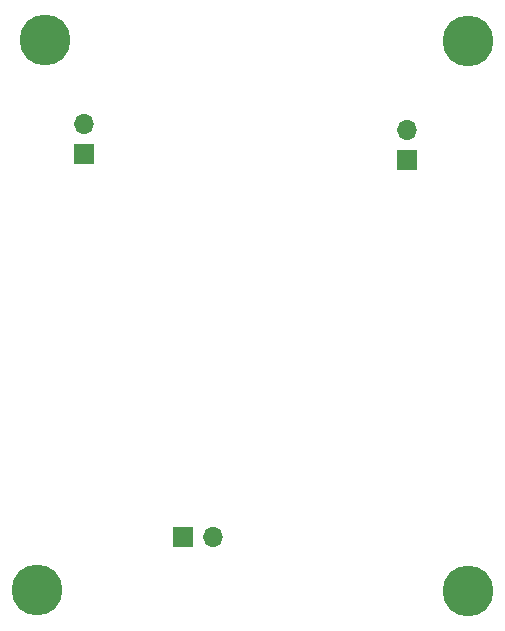
<source format=gbr>
%TF.GenerationSoftware,KiCad,Pcbnew,(6.0.6)*%
%TF.CreationDate,2022-12-02T12:37:59-05:00*%
%TF.ProjectId,SplitRail DC Power Supply,53706c69-7452-4616-996c-20444320506f,rev?*%
%TF.SameCoordinates,Original*%
%TF.FileFunction,Soldermask,Bot*%
%TF.FilePolarity,Negative*%
%FSLAX46Y46*%
G04 Gerber Fmt 4.6, Leading zero omitted, Abs format (unit mm)*
G04 Created by KiCad (PCBNEW (6.0.6)) date 2022-12-02 12:37:59*
%MOMM*%
%LPD*%
G01*
G04 APERTURE LIST*
%ADD10R,1.700000X1.700000*%
%ADD11O,1.700000X1.700000*%
%ADD12C,4.300000*%
G04 APERTURE END LIST*
D10*
%TO.C,J3*%
X72561200Y-47294800D03*
D11*
X72561200Y-44754800D03*
%TD*%
D12*
%TO.C,H4*%
X77774800Y-83718400D03*
%TD*%
D10*
%TO.C,J1*%
X53589000Y-79197200D03*
D11*
X56129000Y-79197200D03*
%TD*%
D12*
%TO.C,H1*%
X77774800Y-37185600D03*
%TD*%
%TO.C,H2*%
X41300400Y-83667600D03*
%TD*%
%TO.C,H3*%
X41960800Y-37134800D03*
%TD*%
D10*
%TO.C,J2*%
X45212000Y-46741000D03*
D11*
X45212000Y-44201000D03*
%TD*%
M02*

</source>
